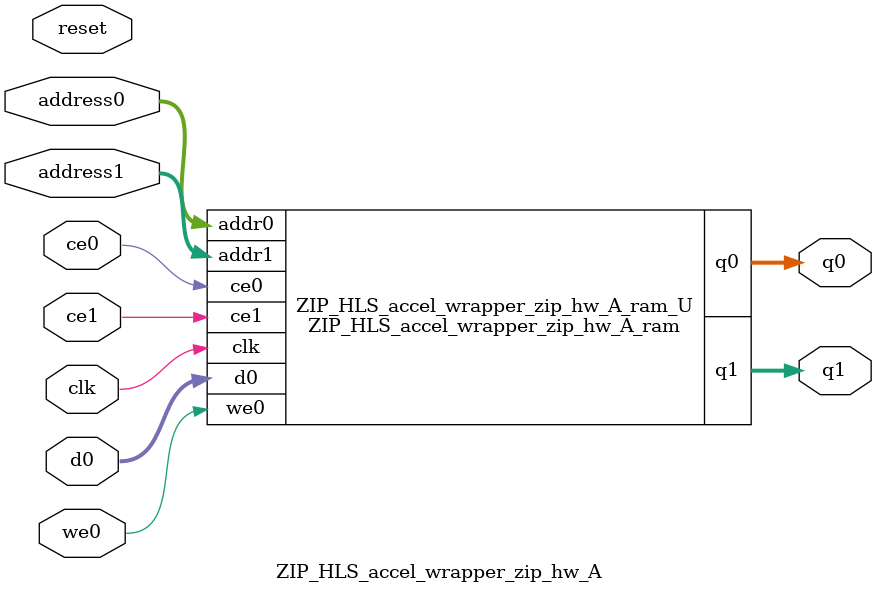
<source format=v>
`timescale 1 ns / 1 ps
module ZIP_HLS_accel_wrapper_zip_hw_A_ram (addr0, ce0, d0, we0, q0, addr1, ce1, q1,  clk);

parameter DWIDTH = 32;
parameter AWIDTH = 12;
parameter MEM_SIZE = 4096;

input[AWIDTH-1:0] addr0;
input ce0;
input[DWIDTH-1:0] d0;
input we0;
output reg[DWIDTH-1:0] q0;
input[AWIDTH-1:0] addr1;
input ce1;
output reg[DWIDTH-1:0] q1;
input clk;

reg [DWIDTH-1:0] ram0[0:MEM_SIZE-1];



always @(posedge clk)  
begin 
    if (ce0) begin
        if (we0) 
            ram0[addr0] <= d0; 
        q0 <= ram0[addr0];
    end
end


always @(posedge clk)  
begin 
    if (ce1) begin
        q1 <= ram0[addr1];
    end
end


endmodule

`timescale 1 ns / 1 ps
module ZIP_HLS_accel_wrapper_zip_hw_A(
    reset,
    clk,
    address0,
    ce0,
    we0,
    d0,
    q0,
    address1,
    ce1,
    q1);

parameter DataWidth = 32'd32;
parameter AddressRange = 32'd4096;
parameter AddressWidth = 32'd12;
input reset;
input clk;
input[AddressWidth - 1:0] address0;
input ce0;
input we0;
input[DataWidth - 1:0] d0;
output[DataWidth - 1:0] q0;
input[AddressWidth - 1:0] address1;
input ce1;
output[DataWidth - 1:0] q1;



ZIP_HLS_accel_wrapper_zip_hw_A_ram ZIP_HLS_accel_wrapper_zip_hw_A_ram_U(
    .clk( clk ),
    .addr0( address0 ),
    .ce0( ce0 ),
    .we0( we0 ),
    .d0( d0 ),
    .q0( q0 ),
    .addr1( address1 ),
    .ce1( ce1 ),
    .q1( q1 ));

endmodule


</source>
